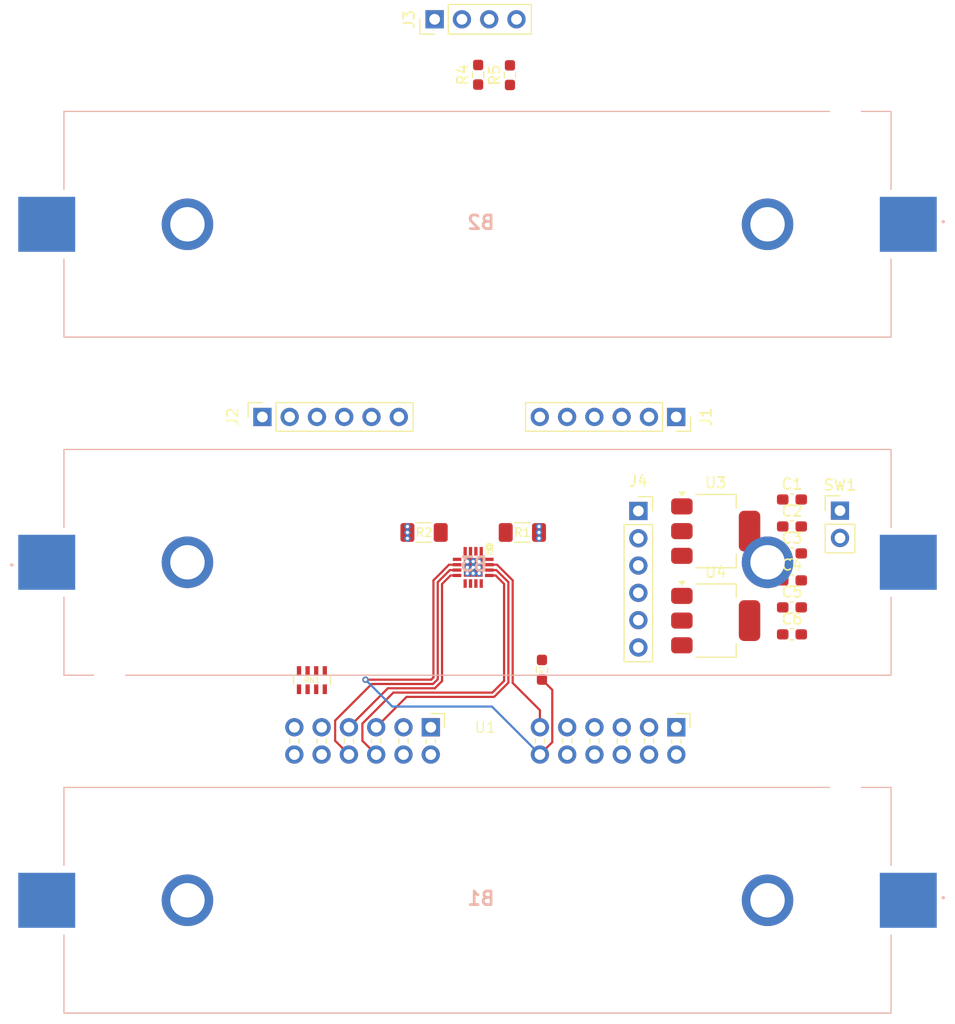
<source format=kicad_pcb>
(kicad_pcb (version 20241229) (generator "pcbnew") (generator_version "9.0")
  (layers (0 "F.Cu" signal) (2 "B.Cu" signal) (13 "F.Paste" user) (15 "B.Paste" user) (5 "F.SilkS" user "F.Silkscreen") (7 "B.SilkS" user "B.Silkscreen") (1 "F.Mask" user) (3 "B.Mask" user) (25 "Edge.Cuts" user))
  (net 0 "")
  (net 1 "/us_echo")
  (net 2 "Net-(U2-AISEN)")
  (net 3 "Net-(U2-BISEN)")
  (net 4 "/us_trig")
  (net 5 "+3.3V")
  (net 6 "+5V")
  (net 8 "/mot1_a")
  (net 9 "GND")
  (net 10 "/mot1_b")
  (net 11 "/mot2_a")
  (net 12 "/enc1_b")
  (net 13 "/enc2_b")
  (net 14 "/mot2_b")
  (net 15 "/enc2_a")
  (net 16 "Net-(RN1-R4.2)")
  (net 17 "/enc1_a")
  (net 20 "/mot_sleep")
  (net 21 "/Pmot1_a")
  (net 22 "/Pmot2_b")
  (net 23 "/Pmot2_a")
  (net 24 "Net-(J3-Pin_3)")
  (net 25 "Net-(B1-V+)")
  (net 26 "Net-(RN1-R1.2)")
  (net 27 "Net-(RN1-R3.2)")
  (net 28 "/mot_fault")
  (net 29 "Net-(B1-V-)")
  (net 30 "VBUS")
  (net 31 "/Pmot1_b")
  (net 32 "Net-(RN1-R2.2)")
  (net 35 "Net-(B2-V-)")
  (net 39 "/ICE48")
  (net 40 "/ICE4")
  (net 41 "/ICE2")
  (net 42 "/ICE3")
  (footprint "Capacitor_SMD:C_0603_1608Metric_Pad1.08x0.95mm_HandSolder" (layer "F.Cu") (at 178.22 94.795)
    (property "Reference" "C4" (at 0 -1.43 0) (layer "F.SilkS"))
    (property "Value" "CL10A106MA8NRNC")
    (fp_line (start -0.146267 -0.51) (end 0.146267 -0.51) (stroke (width 0.12)) (layer "F.SilkS"))
    (fp_line (start -0.146267 0.51) (end 0.146267 0.51) (stroke (width 0.12)) (layer "F.SilkS"))
    (pad "1" smd roundrect (at -0.8625 0) (size 1.075 0.95) (layers "F.Cu" "F.Mask" "F.Paste") (net 6 "+5V"))
    (pad "2" smd roundrect (at 0.8625 0) (size 1.075 0.95) (layers "F.Cu" "F.Mask" "F.Paste") (net 9 "GND"))
  )
  (footprint "Package_TO_SOT_SMD:SOT-223-3_TabPin2" (layer "F.Cu") (at 171.12 90.21)
    (property "Reference" "U3" (at 0 -4.5 0) (layer "F.SilkS"))
    (property "Value" "LD1117S50TR_SOT223")
    (fp_line (start -1.85 -3.41) (end 1.91 -3.41) (stroke (width 0.12)) (layer "F.SilkS"))
    (fp_line (start -1.85 3.41) (end 1.91 3.41) (stroke (width 0.12)) (layer "F.SilkS"))
    (fp_line (start 1.91 -3.41) (end 1.91 -2.15) (stroke (width 0.12)) (layer "F.SilkS"))
    (fp_line (start 1.91 3.41) (end 1.91 2.15) (stroke (width 0.12)) (layer "F.SilkS"))
    (fp_poly (pts (xy -3.13 -3.31) (xy -3.37 -3.64) (xy -2.89 -3.64) (xy -3.13 -3.31)) (stroke (width 0.12)) (fill yes) (layer "F.SilkS"))
    (pad "1" smd roundrect (at -3.15 -2.3) (size 2 1.5) (layers "F.Cu" "F.Mask" "F.Paste") (net 9 "GND"))
    (pad "2" smd roundrect (at -3.15 0) (size 2 1.5) (layers "F.Cu" "F.Mask" "F.Paste") (net 6 "+5V"))
    (pad "2" smd roundrect (at 3.15 0) (size 2 3.8) (layers "F.Cu" "F.Mask" "F.Paste") (net 6 "+5V"))
    (pad "3" smd roundrect (at -3.15 2.3) (size 2 1.5) (layers "F.Cu" "F.Mask" "F.Paste") (net 30 "VBUS"))
  )
  (footprint "Resistor_SMD:R_0603_1608Metric_Pad0.98x0.95mm_HandSolder" (layer "F.Cu") (at 149.005 47.7475 90)
    (property "Reference" "R4" (at 0 -1.43 90) (layer "F.SilkS"))
    (property "Value" "R_US")
    (fp_line (start -0.254724 -0.5225) (end 0.254724 -0.5225) (stroke (width 0.12)) (layer "F.SilkS"))
    (fp_line (start -0.254724 0.5225) (end 0.254724 0.5225) (stroke (width 0.12)) (layer "F.SilkS"))
    (pad "1" smd roundrect (at -0.9125 0 90) (size 0.975 0.95) (layers "F.Cu" "F.Mask" "F.Paste") (net 24 "Net-(J3-Pin_3)"))
    (pad "2" smd roundrect (at 0.9125 0 90) (size 0.975 0.95) (layers "F.Cu" "F.Mask" "F.Paste") (net 1 "/us_echo"))
  )
  (footprint "Capacitor_SMD:C_0603_1608Metric_Pad1.08x0.95mm_HandSolder" (layer "F.Cu") (at 178.22 89.775)
    (property "Reference" "C2" (at 0 -1.43 0) (layer "F.SilkS"))
    (property "Value" "06035G104ZAT2A")
    (fp_line (start -0.146267 -0.51) (end 0.146267 -0.51) (stroke (width 0.12)) (layer "F.SilkS"))
    (fp_line (start -0.146267 0.51) (end 0.146267 0.51) (stroke (width 0.12)) (layer "F.SilkS"))
    (pad "1" smd roundrect (at -0.8625 0) (size 1.075 0.95) (layers "F.Cu" "F.Mask" "F.Paste") (net 30 "VBUS"))
    (pad "2" smd roundrect (at 0.8625 0) (size 1.075 0.95) (layers "F.Cu" "F.Mask" "F.Paste") (net 9 "GND"))
  )
  (footprint "Resistor_SMD:R_Array_Concave_4x0603" (layer "F.Cu") (at 133.53 104.075 -90)
    (property "Reference" "RN1" (at 0 0 0) (layer "F.SilkS") (effects (font (size 0.5 0.5) (thickness 0.075))))
    (property "Value" "742X083101JP" (hide yes))
    (fp_line (start 0.4 1.72) (end -0.4 1.72) (stroke (width 0.12)) (layer "F.SilkS"))
    (fp_line (start 0.4 -1.72) (end -0.4 -1.72) (stroke (width 0.12)) (layer "F.SilkS"))
    (pad "1" smd rect (at -0.85 -1.2 270) (size 0.9 0.4) (layers "F.Cu" "F.Mask" "F.Paste") (net 39 "/ICE48"))
    (pad "2" smd rect (at -0.85 -0.4 270) (size 0.9 0.4) (layers "F.Cu" "F.Mask" "F.Paste") (net 41 "/ICE2"))
    (pad "3" smd rect (at -0.85 0.4 270) (size 0.9 0.4) (layers "F.Cu" "F.Mask" "F.Paste") (net 42 "/ICE3"))
    (pad "4" smd rect (at -0.85 1.2 270) (size 0.9 0.4) (layers "F.Cu" "F.Mask" "F.Paste") (net 40 "/ICE4"))
    (pad "5" smd rect (at 0.85 1.2 270) (size 0.9 0.4) (layers "F.Cu" "F.Mask" "F.Paste") (net 16 "Net-(RN1-R4.2)"))
    (pad "6" smd rect (at 0.85 0.4 270) (size 0.9 0.4) (layers "F.Cu" "F.Mask" "F.Paste") (net 27 "Net-(RN1-R3.2)"))
    (pad "7" smd rect (at 0.85 -0.4 270) (size 0.9 0.4) (layers "F.Cu" "F.Mask" "F.Paste") (net 32 "Net-(RN1-R2.2)"))
    (pad "8" smd rect (at 0.85 -1.2 270) (size 0.9 0.4) (layers "F.Cu" "F.Mask" "F.Paste") (net 26 "Net-(RN1-R1.2)"))
  )
  (footprint "pico-ice-pmod:pico-ice-pmod_vertical" (layer "F.Cu") (at 149.675 109.73)
    (property "Reference" "U1" (at 0 -1.27 0) (layer "F.SilkS") (effects (font (thickness 0.1))))
    (property "Value" "~")
    (fp_line (start -18.21 -0.192642) (end -18.21 0.192642) (stroke (width 0.12)) (layer "F.SilkS"))
    (fp_line (start -17.35 -0.192642) (end -17.35 0.192642) (stroke (width 0.12)) (layer "F.SilkS"))
    (fp_line (start -15.67 -0.192642) (end -15.67 0.192642) (stroke (width 0.12)) (layer "F.SilkS"))
    (fp_line (start -14.81 -0.192642) (end -14.81 0.192642) (stroke (width 0.12)) (layer "F.SilkS"))
    (fp_line (start -13.13 -0.192642) (end -13.13 0.192642) (stroke (width 0.12)) (layer "F.SilkS"))
    (fp_line (start -12.27 -0.192642) (end -12.27 0.192642) (stroke (width 0.12)) (layer "F.SilkS"))
    (fp_line (start -10.59 -0.192642) (end -10.59 0.192642) (stroke (width 0.12)) (layer "F.SilkS"))
    (fp_line (start -9.73 -0.192642) (end -9.73 0.192642) (stroke (width 0.12)) (layer "F.SilkS"))
    (fp_line (start -8.05 -0.192642) (end -8.05 0.192642) (stroke (width 0.12)) (layer "F.SilkS"))
    (fp_line (start -7.19 -0.192642) (end -7.19 0.192642) (stroke (width 0.12)) (layer "F.SilkS"))
    (fp_line (start -5.51 -0.11) (end -5.51 0.192642) (stroke (width 0.12)) (layer "F.SilkS"))
    (fp_line (start -5.08 -2.54) (end -3.81 -2.54) (stroke (width 0.12)) (layer "F.SilkS"))
    (fp_line (start -4.65 -0.11) (end -4.65 0.192642) (stroke (width 0.12)) (layer "F.SilkS"))
    (fp_line (start -3.81 -2.54) (end -3.81 -1.27) (stroke (width 0.12)) (layer "F.SilkS"))
    (fp_line (start 4.65 -0.192642) (end 4.65 0.192642) (stroke (width 0.12)) (layer "F.SilkS"))
    (fp_line (start 5.51 -0.192642) (end 5.51 0.192642) (stroke (width 0.12)) (layer "F.SilkS"))
    (fp_line (start 7.19 -0.192642) (end 7.19 0.192642) (stroke (width 0.12)) (layer "F.SilkS"))
    (fp_line (start 8.05 -0.192642) (end 8.05 0.192642) (stroke (width 0.12)) (layer "F.SilkS"))
    (fp_line (start 9.73 -0.192642) (end 9.73 0.192642) (stroke (width 0.12)) (layer "F.SilkS"))
    (fp_line (start 10.59 -0.192642) (end 10.59 0.192642) (stroke (width 0.12)) (layer "F.SilkS"))
    (fp_line (start 12.27 -0.192642) (end 12.27 0.192642) (stroke (width 0.12)) (layer "F.SilkS"))
    (fp_line (start 13.13 -0.192642) (end 13.13 0.192642) (stroke (width 0.12)) (layer "F.SilkS"))
    (fp_line (start 14.81 -0.192642) (end 14.81 0.192642) (stroke (width 0.12)) (layer "F.SilkS"))
    (fp_line (start 15.67 -0.192642) (end 15.67 0.192642) (stroke (width 0.12)) (layer "F.SilkS"))
    (fp_line (start 17.35 -0.11) (end 17.35 0.192642) (stroke (width 0.12)) (layer "F.SilkS"))
    (fp_line (start 17.78 -2.54) (end 19.05 -2.54) (stroke (width 0.12)) (layer "F.SilkS"))
    (fp_line (start 18.21 -0.11) (end 18.21 0.192642) (stroke (width 0.12)) (layer "F.SilkS"))
    (fp_line (start 19.05 -2.54) (end 19.05 -1.27) (stroke (width 0.12)) (layer "F.SilkS"))
    (pad "1" thru_hole rect (at 17.78 -1.27 270) (size 1.7 1.7) (drill 1) (layers "*.Cu" "*.Mask") (net 5 "+3.3V"))
    (pad "2" thru_hole circle (at 17.78 1.27 270) (size 1.7 1.7) (drill 1) (layers "*.Cu" "*.Mask") (net 5 "+3.3V"))
    (pad "3" thru_hole circle (at 15.24 -1.27 270) (size 1.7 1.7) (drill 1) (layers "*.Cu" "*.Mask") (net 9 "GND"))
    (pad "4" thru_hole circle (at 15.24 1.27 270) (size 1.7 1.7) (drill 1) (layers "*.Cu" "*.Mask") (net 9 "GND"))
    (pad "5" thru_hole circle (at 12.7 -1.27 270) (size 1.7 1.7) (drill 1) (layers "*.Cu" "*.Mask") (net 4 "/us_trig"))
    (pad "6" thru_hole circle (at 12.7 1.27 270) (size 1.7 1.7) (drill 1) (layers "*.Cu" "*.Mask") (net 1 "/us_echo"))
    (pad "7" thru_hole circle (at 10.16 -1.27 270) (size 1.7 1.7) (drill 1) (layers "*.Cu" "*.Mask") (net 17 "/enc1_a"))
    (pad "8" thru_hole circle (at 10.16 1.27 270) (size 1.7 1.7) (drill 1) (layers "*.Cu" "*.Mask") (net 12 "/enc1_b"))
    (pad "9" thru_hole circle (at 7.62 -1.27 270) (size 1.7 1.7) (drill 1) (layers "*.Cu" "*.Mask") (net 15 "/enc2_a"))
    (pad "10" thru_hole circle (at 7.62 1.27 270) (size 1.7 1.7) (drill 1) (layers "*.Cu" "*.Mask") (net 13 "/enc2_b"))
    (pad "11" thru_hole circle (at 5.08 -1.27 270) (size 1.7 1.7) (drill 1) (layers "*.Cu" "*.Mask") (net 20 "/mot_sleep"))
    (pad "12" thru_hole circle (at 5.08 1.27 270) (size 1.7 1.7) (drill 1) (layers "*.Cu" "*.Mask") (net 28 "/mot_fault"))
    (pad "13" thru_hole rect (at -5.08 -1.27 270) (size 1.7 1.7) (drill 1) (layers "*.Cu" "*.Mask") (net 5 "+3.3V"))
    (pad "14" thru_hole circle (at -5.08 1.27 270) (size 1.7 1.7) (drill 1) (layers "*.Cu" "*.Mask") (net 5 "+3.3V"))
    (pad "15" thru_hole circle (at -7.62 -1.27 270) (size 1.7 1.7) (drill 1) (layers "*.Cu" "*.Mask") (net 9 "GND"))
    (pad "16" thru_hole circle (at -7.62 1.27 270) (size 1.7 1.7) (drill 1) (layers "*.Cu" "*.Mask") (net 9 "GND"))
    (pad "17" thru_hole circle (at -10.16 -1.27 270) (size 1.7 1.7) (drill 1) (layers "*.Cu" "*.Mask") (net 8 "/mot1_a"))
    (pad "18" thru_hole circle (at -10.16 1.27 270) (size 1.7 1.7) (drill 1) (layers "*.Cu" "*.Mask") (net 10 "/mot1_b"))
    (pad "19" thru_hole circle (at -12.7 -1.27 270) (size 1.7 1.7) (drill 1) (layers "*.Cu" "*.Mask") (net 14 "/mot2_b"))
    (pad "20" thru_hole circle (at -12.7 1.27 270) (size 1.7 1.7) (drill 1) (layers "*.Cu" "*.Mask") (net 11 "/mot2_a"))
    (pad "21" thru_hole circle (at -15.24 -1.27 270) (size 1.7 1.7) (drill 1) (layers "*.Cu" "*.Mask") (net 26 "Net-(RN1-R1.2)"))
    (pad "22" thru_hole circle (at -15.24 1.27 270) (size 1.7 1.7) (drill 1) (layers "*.Cu" "*.Mask") (net 32 "Net-(RN1-R2.2)"))
    (pad "23" thru_hole circle (at -17.78 -1.27 270) (size 1.7 1.7) (drill 1) (layers "*.Cu" "*.Mask") (net 27 "Net-(RN1-R3.2)"))
    (pad "24" thru_hole circle (at -17.78 1.27 270) (size 1.7 1.7) (drill 1) (layers "*.Cu" "*.Mask") (net 16 "Net-(RN1-R4.2)"))
  )
  (footprint "Resistor_SMD:R_0603_1608Metric_Pad0.98x0.95mm_HandSolder" (layer "F.Cu") (at 154.945 103.11 -90)
    (property "Reference" "R3" (at 0 0 90) (layer "F.SilkS") (effects (font (size 0.4 0.4) (thickness 0.06))))
    (property "Value" "R_US" (hide yes))
    (fp_line (start -0.254724 0.5225) (end 0.254724 0.5225) (stroke (width 0.12)) (layer "F.SilkS"))
    (fp_line (start -0.254724 -0.5225) (end 0.254724 -0.5225) (stroke (width 0.12)) (layer "F.SilkS"))
    (pad "1" smd roundrect (at -0.9125 0 270) (size 0.975 0.95) (layers "F.Cu" "F.Mask" "F.Paste") (net 5 "+3.3V"))
    (pad "2" smd roundrect (at 0.9125 0 270) (size 0.975 0.95) (layers "F.Cu" "F.Mask" "F.Paste") (net 28 "/mot_fault"))
  )
  (footprint "Connector_PinSocket_2.54mm:PinSocket_1x06_P2.54mm_Vertical" (layer "F.Cu") (at 167.445 79.585 -90)
    (property "Reference" "J1" (at 0 -2.77 90) (layer "F.SilkS"))
    (property "Value" "Mot1")
    (fp_line (start -1.33 14.03) (end 1.33 14.03) (stroke (width 0.12)) (layer "F.SilkS"))
    (fp_line (start -1.33 1.27) (end -1.33 14.03) (stroke (width 0.12)) (layer "F.SilkS"))
    (fp_line (start -1.33 1.27) (end 1.33 1.27) (stroke (width 0.12)) (layer "F.SilkS"))
    (fp_line (start 1.33 1.27) (end 1.33 14.03) (stroke (width 0.12)) (layer "F.SilkS"))
    (fp_line (start 0 -1.33) (end 1.33 -1.33) (stroke (width 0.12)) (layer "F.SilkS"))
    (fp_line (start 1.33 -1.33) (end 1.33 0) (stroke (width 0.12)) (layer "F.SilkS"))
    (pad "1" thru_hole rect (at 0 0 270) (size 1.7 1.7) (drill 1) (layers "*.Cu" "*.Mask") (net 21 "/Pmot1_a"))
    (pad "2" thru_hole circle (at 0 2.54 270) (size 1.7 1.7) (drill 1) (layers "*.Cu" "*.Mask") (net 5 "+3.3V"))
    (pad "3" thru_hole circle (at 0 5.08 270) (size 1.7 1.7) (drill 1) (layers "*.Cu" "*.Mask") (net 17 "/enc1_a"))
    (pad "4" thru_hole circle (at 0 7.62 270) (size 1.7 1.7) (drill 1) (layers "*.Cu" "*.Mask") (net 12 "/enc1_b"))
    (pad "5" thru_hole circle (at 0 10.16 270) (size 1.7 1.7) (drill 1) (layers "*.Cu" "*.Mask") (net 9 "GND"))
    (pad "6" thru_hole circle (at 0 12.7 270) (size 1.7 1.7) (drill 1) (layers "*.Cu" "*.Mask") (net 31 "/Pmot1_b"))
  )
  (footprint "Capacitor_SMD:C_0603_1608Metric_Pad1.08x0.95mm_HandSolder" (layer "F.Cu") (at 178.22 97.305)
    (property "Reference" "C5" (at 0 -1.43 0) (layer "F.SilkS"))
    (property "Value" "06035G104ZAT2A")
    (fp_line (start -0.146267 -0.51) (end 0.146267 -0.51) (stroke (width 0.12)) (layer "F.SilkS"))
    (fp_line (start -0.146267 0.51) (end 0.146267 0.51) (stroke (width 0.12)) (layer "F.SilkS"))
    (pad "1" smd roundrect (at -0.8625 0) (size 1.075 0.95) (layers "F.Cu" "F.Mask" "F.Paste") (net 6 "+5V"))
    (pad "2" smd roundrect (at 0.8625 0) (size 1.075 0.95) (layers "F.Cu" "F.Mask" "F.Paste") (net 9 "GND"))
  )
  (footprint "DRV8411:QFN50P300X300X80-17N-D" (layer "F.Cu") (at 148.545 93.586 -90)
    (property "Reference" "U2" (at -1.376 -1.5 180) (layer "F.SilkS") (effects (font (size 0.4 0.4) (thickness 0.06))))
    (property "Value" "DRV8411RTER" (hide yes))
    (fp_circle (center -1.9 -1.5) (end -1.775 -1.5) (stroke (width 0.254)) (fill no) (layer "F.SilkS"))
    (pad "1" smd rect (at -1.5 -0.75) (size 0.3 0.8) (layers "F.Cu" "F.Mask" "F.Paste") (net 2 "Net-(U2-AISEN)"))
    (pad "2" smd rect (at -1.5 -0.25) (size 0.3 0.8) (layers "F.Cu" "F.Mask" "F.Paste") (net 31 "/Pmot1_b"))
    (pad "3" smd rect (at -1.5 0.25) (size 0.3 0.8) (layers "F.Cu" "F.Mask" "F.Paste") (net 22 "/Pmot2_b"))
    (pad "4" smd rect (at -1.5 0.75) (size 0.3 0.8) (layers "F.Cu" "F.Mask" "F.Paste") (net 3 "Net-(U2-BISEN)"))
    (pad "5" smd rect (at -0.75 1.5 270) (size 0.3 0.8) (layers "F.Cu" "F.Mask" "F.Paste") (net 23 "/Pmot2_a"))
    (pad "6" smd rect (at -0.25 1.5 270) (size 0.3 0.8) (layers "F.Cu" "F.Mask" "F.Paste") (net 28 "/mot_fault"))
    (pad "7" smd rect (at 0.25 1.5 270) (size 0.3 0.8) (layers "F.Cu" "F.Mask" "F.Paste") (net 11 "/mot2_a"))
    (pad "8" smd rect (at 0.75 1.5 270) (size 0.3 0.8) (layers "F.Cu" "F.Mask" "F.Paste") (net 14 "/mot2_b"))
    (pad "9" smd rect (at 1.5 0.75) (size 0.3 0.8) (layers "F.Cu" "F.Mask" "F.Paste"))
    (pad "10" smd rect (at 1.5 0.25) (size 0.3 0.8) (layers "F.Cu" "F.Mask" "F.Paste") (net 30 "VBUS"))
    (pad "11" smd rect (at 1.5 -0.25) (size 0.3 0.8) (layers "F.Cu" "F.Mask" "F.Paste") (net 9 "GND"))
    (pad "12" smd rect (at 1.5 -0.75) (size 0.3 0.8) (layers "F.Cu" "F.Mask" "F.Paste"))
    (pad "13" smd rect (at 0.75 -1.5 270) (size 0.3 0.8) (layers "F.Cu" "F.Mask" "F.Paste") (net 10 "/mot1_b"))
    (pad "14" smd rect (at 0.25 -1.5 270) (size 0.3 0.8) (layers "F.Cu" "F.Mask" "F.Paste") (net 8 "/mot1_a"))
    (pad "15" smd rect (at -0.25 -1.5 270) (size 0.3 0.8) (layers "F.Cu" "F.Mask" "F.Paste") (net 20 "/mot_sleep"))
    (pad "16" smd rect (at -0.75 -1.5 270) (size 0.3 0.8) (layers "F.Cu" "F.Mask" "F.Paste") (net 21 "/Pmot1_a"))
    (pad "17" smd rect (at 0 0 270) (size 1.75 1.75) (layers "F.Cu" "F.Mask" "F.Paste") (net 9 "GND"))
  )
  (footprint "Capacitor_SMD:C_0603_1608Metric_Pad1.08x0.95mm_HandSolder" (layer "F.Cu") (at 178.22 87.265)
    (property "Reference" "C1" (at 0 -1.43 0) (layer "F.SilkS"))
    (property "Value" "CL10A106MA8NRNC")
    (fp_line (start -0.146267 -0.51) (end 0.146267 -0.51) (stroke (width 0.12)) (layer "F.SilkS"))
    (fp_line (start -0.146267 0.51) (end 0.146267 0.51) (stroke (width 0.12)) (layer "F.SilkS"))
    (pad "1" smd roundrect (at -0.8625 0) (size 1.075 0.95) (layers "F.Cu" "F.Mask" "F.Paste") (net 30 "VBUS"))
    (pad "2" smd roundrect (at 0.8625 0) (size 1.075 0.95) (layers "F.Cu" "F.Mask" "F.Paste") (net 9 "GND"))
  )
  (footprint "Resistor_SMD:R_1206_3216Metric_Pad1.30x1.75mm_HandSolder" (layer "F.Cu") (at 143.97 90.336 180)
    (property "Reference" "R2" (at 0 0 0) (layer "F.SilkS") (effects (font (size 0.8 0.8) (thickness 0.12))))
    (property "Value" "KDV12FR180ET" (hide yes))
    (fp_line (start -0.727064 0.91) (end 0.727064 0.91) (stroke (width 0.12)) (layer "F.SilkS"))
    (fp_line (start -0.727064 -0.91) (end 0.727064 -0.91) (stroke (width 0.12)) (layer "F.SilkS"))
    (pad "1" smd roundrect (at -1.55 0 180) (size 1.3 1.75) (layers "F.Cu" "F.Mask" "F.Paste") (roundrect_rratio 0.192308) (net 3 "Net-(U2-BISEN)"))
    (pad "2" smd roundrect (at 1.55 0 180) (size 1.3 1.75) (layers "F.Cu" "F.Mask" "F.Paste") (roundrect_rratio 0.192308) (net 9 "GND"))
  )
  (footprint "Capacitor_SMD:C_0603_1608Metric_Pad1.08x0.95mm_HandSolder" (layer "F.Cu") (at 178.22 92.285)
    (property "Reference" "C3" (at 0 -1.43 0) (layer "F.SilkS"))
    (property "Value" "06035G104ZAT2A")
    (fp_line (start -0.146267 -0.51) (end 0.146267 -0.51) (stroke (width 0.12)) (layer "F.SilkS"))
    (fp_line (start -0.146267 0.51) (end 0.146267 0.51) (stroke (width 0.12)) (layer "F.SilkS"))
    (pad "1" smd roundrect (at -0.8625 0) (size 1.075 0.95) (layers "F.Cu" "F.Mask" "F.Paste") (net 30 "VBUS"))
    (pad "2" smd roundrect (at 0.8625 0) (size 1.075 0.95) (layers "F.Cu" "F.Mask" "F.Paste") (net 9 "GND"))
  )
  (footprint "Connector_PinHeader_2.54mm:PinHeader_1x04_P2.54mm_Vertical" (layer "F.Cu") (at 144.955 42.585 90)
    (property "Reference" "J3" (at 0 -2.38 90) (layer "F.SilkS"))
    (property "Value" "Conn_01x04_Socket" (hide yes))
    (fp_line (start -1.38 -1.38) (end 0 -1.38) (stroke (width 0.12)) (layer "F.SilkS"))
    (fp_line (start -1.38 0) (end -1.38 -1.38) (stroke (width 0.12)) (layer "F.SilkS"))
    (fp_line (start 1.38 1.27) (end 1.38 9) (stroke (width 0.12)) (layer "F.SilkS"))
    (fp_line (start -1.38 1.27) (end 1.38 1.27) (stroke (width 0.12)) (layer "F.SilkS"))
    (fp_line (start -1.38 1.27) (end -1.38 9) (stroke (width 0.12)) (layer "F.SilkS"))
    (fp_line (start -1.38 9) (end 1.38 9) (stroke (width 0.12)) (layer "F.SilkS"))
    (pad "1" thru_hole rect (at 0 0 90) (size 1.7 1.7) (drill 1) (layers "*.Cu" "*.Mask") (net 6 "+5V"))
    (pad "2" thru_hole circle (at 0 2.54 90) (size 1.7 1.7) (drill 1) (layers "*.Cu" "*.Mask") (net 4 "/us_trig"))
    (pad "3" thru_hole circle (at 0 5.08 90) (size 1.7 1.7) (drill 1) (layers "*.Cu" "*.Mask") (net 24 "Net-(J3-Pin_3)"))
    (pad "4" thru_hole circle (at 0 7.62 90) (size 1.7 1.7) (drill 1) (layers "*.Cu" "*.Mask") (net 9 "GND"))
  )
  (footprint "Resistor_SMD:R_1206_3216Metric_Pad1.30x1.75mm_HandSolder" (layer "F.Cu") (at 153.12 90.336)
    (property "Reference" "R1" (at 0 0 0) (layer "F.SilkS") (effects (font (size 0.8 0.8) (thickness 0.12))))
    (property "Value" "KDV12FR180ET" (hide yes))
    (fp_line (start -0.727064 -0.91) (end 0.727064 -0.91) (stroke (width 0.12)) (layer "F.SilkS"))
    (fp_line (start -0.727064 0.91) (end 0.727064 0.91) (stroke (width 0.12)) (layer "F.SilkS"))
    (pad "1" smd roundrect (at -1.55 0) (size 1.3 1.75) (layers "F.Cu" "F.Mask" "F.Paste") (roundrect_rratio 0.192308) (net 2 "Net-(U2-AISEN)"))
    (pad "2" smd roundrect (at 1.55 0) (size 1.3 1.75) (layers "F.Cu" "F.Mask" "F.Paste") (roundrect_rratio 0.192308) (net 9 "GND"))
  )
  (footprint "Connector_PinSocket_2.54mm:PinSocket_1x06_P2.54mm_Vertical" (layer "F.Cu") (at 128.92 79.585 90)
    (property "Reference" "J2" (at 0 -2.77 90) (layer "F.SilkS"))
    (property "Value" "Mot2")
    (fp_line (start 1.33 -1.33) (end 1.33 0) (stroke (width 0.12)) (layer "F.SilkS"))
    (fp_line (start 0 -1.33) (end 1.33 -1.33) (stroke (width 0.12)) (layer "F.SilkS"))
    (fp_line (start 1.33 1.27) (end 1.33 14.03) (stroke (width 0.12)) (layer "F.SilkS"))
    (fp_line (start -1.33 1.27) (end 1.33 1.27) (stroke (width 0.12)) (layer "F.SilkS"))
    (fp_line (start -1.33 1.27) (end -1.33 14.03) (stroke (width 0.12)) (layer "F.SilkS"))
    (fp_line (start -1.33 14.03) (end 1.33 14.03) (stroke (width 0.12)) (layer "F.SilkS"))
    (pad "1" thru_hole rect (at 0 0 90) (size 1.7 1.7) (drill 1) (layers "*.Cu" "*.Mask") (net 23 "/Pmot2_a"))
    (pad "2" thru_hole circle (at 0 2.54 90) (size 1.7 1.7) (drill 1) (layers "*.Cu" "*.Mask") (net 5 "+3.3V"))
    (pad "3" thru_hole circle (at 0 5.08 90) (size 1.7 1.7) (drill 1) (layers "*.Cu" "*.Mask") (net 15 "/enc2_a"))
    (pad "4" thru_hole circle (at 0 7.62 90) (size 1.7 1.7) (drill 1) (layers "*.Cu" "*.Mask") (net 13 "/enc2_b"))
    (pad "5" thru_hole circle (at 0 10.16 90) (size 1.7 1.7) (drill 1) (layers "*.Cu" "*.Mask") (net 9 "GND"))
    (pad "6" thru_hole circle (at 0 12.7 90) (size 1.7 1.7) (drill 1) (layers "*.Cu" "*.Mask") (net 22 "/Pmot2_b"))
  )
  (footprint "Connector_PinSocket_2.54mm:PinSocket_1x06_P2.54mm_Vertical" (layer "F.Cu") (at 163.92 88.335)
    (property "Reference" "J4" (at 0 -2.77 0) (layer "F.SilkS"))
    (property "Value" "PMOD")
    (fp_line (start -1.33 1.27) (end -1.33 14.03) (stroke (width 0.12)) (layer "F.SilkS"))
    (fp_line (start -1.33 1.27) (end 1.33 1.27) (stroke (width 0.12)) (layer "F.SilkS"))
    (fp_line (start -1.33 14.03) (end 1.33 14.03) (stroke (width 0.12)) (layer "F.SilkS"))
    (fp_line (start 0 -1.33) (end 1.33 -1.33) (stroke (width 0.12)) (layer "F.SilkS"))
    (fp_line (start 1.33 -1.33) (end 1.33 0) (stroke (width 0.12)) (layer "F.SilkS"))
    (fp_line (start 1.33 1.27) (end 1.33 14.03) (stroke (width 0.12)) (layer "F.SilkS"))
    (pad "1" thru_hole rect (at 0 0) (size 1.7 1.7) (drill 1) (layers "*.Cu" "*.Mask") (net 5 "+3.3V"))
    (pad "2" thru_hole circle (at 0 2.54) (size 1.7 1.7) (drill 1) (layers "*.Cu" "*.Mask") (net 9 "GND"))
    (pad "3" thru_hole circle (at 0 5.08) (size 1.7 1.7) (drill 1) (layers "*.Cu" "*.Mask") (net 39 "/ICE48"))
    (pad "4" thru_hole circle (at 0 7.62) (size 1.7 1.7) (drill 1) (layers "*.Cu" "*.Mask") (net 41 "/ICE2"))
    (pad "5" thru_hole circle (at 0 10.16) (size 1.7 1.7) (drill 1) (layers "*.Cu" "*.Mask") (net 42 "/ICE3"))
    (pad "6" thru_hole circle (at 0 12.7) (size 1.7 1.7) (drill 1) (layers "*.Cu" "*.Mask") (net 40 "/ICE4"))
  )
  (footprint "Connector_PinHeader_2.54mm:PinHeader_1x02_P2.54mm_Vertical" (layer "F.Cu") (at 182.69 88.305)
    (property "Reference" "SW1" (at 0 -2.38 0) (layer "F.SilkS"))
    (property "Value" "2M1-T2-3")
    (fp_line (start -1.38 -1.38) (end 0 -1.38) (stroke (width 0.12)) (layer "F.SilkS"))
    (fp_line (start -1.38 0) (end -1.38 -1.38) (stroke (width 0.12)) (layer "F.SilkS"))
    (fp_line (start -1.38 1.27) (end -1.38 3.92) (stroke (width 0.12)) (layer "F.SilkS"))
    (fp_line (start -1.38 1.27) (end 1.38 1.27) (stroke (width 0.12)) (layer "F.SilkS"))
    (fp_line (start -1.38 3.92) (end 1.38 3.92) (stroke (width 0.12)) (layer "F.SilkS"))
    (fp_line (start 1.38 1.27) (end 1.38 3.92) (stroke (width 0.12)) (layer "F.SilkS"))
    (pad "1" thru_hole rect (at 0 0) (size 1.7 1.7) (drill 1) (layers "*.Cu" "*.Mask") (net 30 "VBUS"))
    (pad "2" thru_hole circle (at 0 2.54) (size 1.7 1.7) (drill 1) (layers "*.Cu" "*.Mask") (net 25 "Net-(B1-V+)"))
  )
  (footprint "Capacitor_SMD:C_0603_1608Metric_Pad1.08x0.95mm_HandSolder" (layer "F.Cu") (at 178.22 99.815)
    (property "Reference" "C6" (at 0 -1.43 0) (layer "F.SilkS"))
    (property "Value" "CL10A106MA8NRNC")
    (fp_line (start -0.146267 -0.51) (end 0.146267 -0.51) (stroke (width 0.12)) (layer "F.SilkS"))
    (fp_line (start -0.146267 0.51) (end 0.146267 0.51) (stroke (width 0.12)) (layer "F.SilkS"))
    (pad "1" smd roundrect (at -0.8625 0) (size 1.075 0.95) (layers "F.Cu" "F.Mask" "F.Paste") (net 5 "+3.3V"))
    (pad "2" smd roundrect (at 0.8625 0) (size 1.075 0.95) (layers "F.Cu" "F.Mask" "F.Paste") (net 9 "GND"))
  )
  (footprint "Package_TO_SOT_SMD:SOT-223-3_TabPin2" (layer "F.Cu") (at 171.12 98.535)
    (property "Reference" "U4" (at 0 -4.5 0) (layer "F.SilkS"))
    (property "Value" "LD1117S33TR_SOT223")
    (fp_line (start -1.85 -3.41) (end 1.91 -3.41) (stroke (width 0.12)) (layer "F.SilkS"))
    (fp_line (start -1.85 3.41) (end 1.91 3.41) (stroke (width 0.12)) (layer "F.SilkS"))
    (fp_line (start 1.91 -3.41) (end 1.91 -2.15) (stroke (width 0.12)) (layer "F.SilkS"))
    (fp_line (start 1.91 3.41) (end 1.91 2.15) (stroke (width 0.12)) (layer "F.SilkS"))
    (fp_poly (pts (xy -3.13 -3.31) (xy -3.37 -3.64) (xy -2.89 -3.64) (xy -3.13 -3.31)) (stroke (width 0.12)) (fill yes) (layer "F.SilkS"))
    (pad "1" smd roundrect (at -3.15 -2.3) (size 2 1.5) (layers "F.Cu" "F.Mask" "F.Paste") (net 9 "GND"))
    (pad "2" smd roundrect (at -3.15 0) (size 2 1.5) (layers "F.Cu" "F.Mask" "F.Paste") (net 5 "+3.3V"))
    (pad "2" smd roundrect (at 3.15 0) (size 2 3.8) (layers "F.Cu" "F.Mask" "F.Paste") (net 5 "+3.3V"))
    (pad "3" smd roundrect (at -3.15 2.3) (size 2 1.5) (layers "F.Cu" "F.Mask" "F.Paste") (net 6 "+5V"))
  )
  (footprint "Resistor_SMD:R_0603_1608Metric_Pad0.98x0.95mm_HandSolder" (layer "F.Cu") (at 151.965 47.7825 90)
    (property "Reference" "R5" (at 0 -1.43 90) (layer "F.SilkS"))
    (property "Value" "R_US")
    (fp_line (start -0.254724 -0.5225) (end 0.254724 -0.5225) (stroke (width 0.12)) (layer "F.SilkS"))
    (fp_line (start -0.254724 0.5225) (end 0.254724 0.5225) (stroke (width 0.12)) (layer "F.SilkS"))
    (pad "1" smd roundrect (at -0.9125 0 90) (size 0.975 0.95) (layers "F.Cu" "F.Mask" "F.Paste") (net 1 "/us_echo"))
    (pad "2" smd roundrect (at 0.9125 0 90) (size 0.975 0.95) (layers "F.Cu" "F.Mask" "F.Paste") (net 9 "GND"))
  )
  (footprint "Batteries:12BHC186P1GR" (layer "B.Cu") (at 148.945 93.11)
    (property "Reference" "B3" (at -0.325 0.175 0) (layer "B.SilkS") (effects (font (size 1.27 1.27) (thickness 0.254)) (justify mirror)))
    (property "Value" "12BHC186P1-GR" (hide yes))
    (fp_line (start -43.4 0.25) (end -43.4 0.25) (stroke (width 0.2)) (layer "B.SilkS"))
    (fp_line (start -43.4 0.25) (end -43.4 0.25) (stroke (width 0.2)) (layer "B.SilkS"))
    (fp_line (start -43.3 0.25) (end -43.3 0.25) (stroke (width 0.2)) (layer "B.SilkS"))
    (fp_line (start -38.5 -10.5) (end -38.5 -10.5) (stroke (width 0.1)) (layer "B.SilkS"))
    (fp_line (start -38.5 -10.5) (end -38.5 -10.5) (stroke (width 0.1)) (layer "B.SilkS"))
    (fp_line (start -38.5 -10.5) (end -38.5 -3.25) (stroke (width 0.1)) (layer "B.SilkS"))
    (fp_line (start -38.5 -10.5) (end 38.5 -10.5) (stroke (width 0.1)) (layer "B.SilkS"))
    (fp_line (start -38.5 -3.25) (end -38.5 -10.5) (stroke (width 0.1)) (layer "B.SilkS"))
    (fp_line (start -38.5 -3.25) (end -38.5 -3.25) (stroke (width 0.1)) (layer "B.SilkS"))
    (fp_line (start -38.5 3.25) (end -38.5 3.25) (stroke (width 0.1)) (layer "B.SilkS"))
    (fp_line (start -38.5 3.25) (end -38.5 10.5) (stroke (width 0.1)) (layer "B.SilkS"))
    (fp_line (start -38.5 10.5) (end -38.5 3.25) (stroke (width 0.1)) (layer "B.SilkS"))
    (fp_line (start -38.5 10.5) (end -38.5 10.5) (stroke (width 0.1)) (layer "B.SilkS"))
    (fp_line (start -38.5 10.5) (end -38.5 10.5) (stroke (width 0.1)) (layer "B.SilkS"))
    (fp_line (start -38.5 10.5) (end -35.75 10.5) (stroke (width 0.1)) (layer "B.SilkS"))
    (fp_line (start -35.75 10.5) (end -38.5 10.5) (stroke (width 0.1)) (layer "B.SilkS"))
    (fp_line (start -35.75 10.5) (end -35.75 10.5) (stroke (width 0.1)) (layer "B.SilkS"))
    (fp_line (start -32.75 10.5) (end -32.75 10.5) (stroke (width 0.1)) (layer "B.SilkS"))
    (fp_line (start -32.75 10.5) (end 38.5 10.5) (stroke (width 0.1)) (layer "B.SilkS"))
    (fp_line (start 38.5 -10.5) (end -38.5 -10.5) (stroke (width 0.1)) (layer "B.SilkS"))
    (fp_line (start 38.5 -10.5) (end 38.5 -10.5) (stroke (width 0.1)) (layer "B.SilkS"))
    (fp_line (start 38.5 -10.5) (end 38.5 -10.5) (stroke (width 0.1)) (layer "B.SilkS"))
    (fp_line (start 38.5 -10.5) (end 38.5 -3.25) (stroke (width 0.1)) (layer "B.SilkS"))
    (fp_line (start 38.5 -3.25) (end 38.5 -10.5) (stroke (width 0.1)) (layer "B.SilkS"))
    (fp_line (start 38.5 -3.25) (end 38.5 -3.25) (stroke (width 0.1)) (layer "B.SilkS"))
    (fp_line (start 38.5 3.25) (end 38.5 3.25) (stroke (width 0.1)) (layer "B.SilkS"))
    (fp_line (start 38.5 3.25) (end 38.5 10.5) (stroke (width 0.1)) (layer "B.SilkS"))
    (fp_line (start 38.5 10.5) (end -32.75 10.5) (stroke (width 0.1)) (layer "B.SilkS"))
    (fp_line (start 38.5 10.5) (end 38.5 3.25) (stroke (width 0.1)) (layer "B.SilkS"))
    (fp_line (start 38.5 10.5) (end 38.5 10.5) (stroke (width 0.1)) (layer "B.SilkS"))
    (fp_line (start 38.5 10.5) (end 38.5 10.5) (stroke (width 0.1)) (layer "B.SilkS"))
    (fp_arc (start -43.4 0.25) (mid -43.35 0.2) (end -43.3 0.25) (stroke (width 0.2)) (layer "B.SilkS"))
    (fp_arc (start -43.4 0.25) (mid -43.35 0.2) (end -43.3 0.25) (stroke (width 0.2)) (layer "B.SilkS"))
    (fp_arc (start -43.3 0.25) (mid -43.35 0.3) (end -43.4 0.25) (stroke (width 0.2)) (layer "B.SilkS"))
    (pad "" np_thru_hole circle (at -34.25 9.75) (size 2 2) (drill 2) (layers "*.Cu" "*.Mask"))
    (pad "1" smd rect (at -40.1 0 270) (size 5.12 5.3) (layers "B.Cu" "B.Mask" "B.Paste") (net 35 "Net-(B2-V-)"))
    (pad "2" smd rect (at 40.1 0 270) (size 5.12 5.3) (layers "B.Cu" "B.Mask" "B.Paste") (net 9 "GND"))
    (pad "MH1" thru_hole circle (at -27 0) (size 4.8 4.8) (drill 3.2) (layers "*.Cu" "*.Mask"))
    (pad "MH2" thru_hole circle (at 27 0) (size 4.8 4.8) (drill 3.2) (layers "*.Cu" "*.Mask"))
  )
  (footprint "Batteries:12BHC186P1GR" (layer "B.Cu") (at 148.945 124.56 180)
    (property "Reference" "B1" (at -0.325 0.175 0) (layer "B.SilkS") (effects (font (size 1.27 1.27) (thickness 0.254)) (justify mirror)))
    (property "Value" "12BHC186P1-GR" (hide yes))
    (fp_line (start 38.5 10.5) (end 38.5 10.5) (stroke (width 0.1)) (layer "B.SilkS"))
    (fp_line (start 38.5 10.5) (end 38.5 10.5) (stroke (width 0.1)) (layer "B.SilkS"))
    (fp_line (start 38.5 10.5) (end 38.5 3.25) (stroke (width 0.1)) (layer "B.SilkS"))
    (fp_line (start 38.5 10.5) (end -32.75 10.5) (stroke (width 0.1)) (layer "B.SilkS"))
    (fp_line (start 38.5 3.25) (end 38.5 10.5) (stroke (width 0.1)) (layer "B.SilkS"))
    (fp_line (start 38.5 3.25) (end 38.5 3.25) (stroke (width 0.1)) (layer "B.SilkS"))
    (fp_line (start 38.5 -3.25) (end 38.5 -3.25) (stroke (width 0.1)) (layer "B.SilkS"))
    (fp_line (start 38.5 -3.25) (end 38.5 -10.5) (stroke (width 0.1)) (layer "B.SilkS"))
    (fp_line (start 38.5 -10.5) (end 38.5 -3.25) (stroke (width 0.1)) (layer "B.SilkS"))
    (fp_line (start 38.5 -10.5) (end 38.5 -10.5) (stroke (width 0.1)) (layer "B.SilkS"))
    (fp_line (start 38.5 -10.5) (end 38.5 -10.5) (stroke (width 0.1)) (layer "B.SilkS"))
    (fp_line (start 38.5 -10.5) (end -38.5 -10.5) (stroke (width 0.1)) (layer "B.SilkS"))
    (fp_line (start -32.75 10.5) (end 38.5 10.5) (stroke (width 0.1)) (layer "B.SilkS"))
    (fp_line (start -32.75 10.5) (end -32.75 10.5) (stroke (width 0.1)) (layer "B.SilkS"))
    (fp_line (start -35.75 10.5) (end -35.75 10.5) (stroke (width 0.1)) (layer "B.SilkS"))
    (fp_line (start -35.75 10.5) (end -38.5 10.5) (stroke (width 0.1)) (layer "B.SilkS"))
    (fp_line (start -38.5 10.5) (end -35.75 10.5) (stroke (width 0.1)) (layer "B.SilkS"))
    (fp_line (start -38.5 10.5) (end -38.5 10.5) (stroke (width 0.1)) (layer "B.SilkS"))
    (fp_line (start -38.5 10.5) (end -38.5 10.5) (stroke (width 0.1)) (layer "B.SilkS"))
    (fp_line (start -38.5 10.5) (end -38.5 3.25) (stroke (width 0.1)) (layer "B.SilkS"))
    (fp_line (start -38.5 3.25) (end -38.5 10.5) (stroke (width 0.1)) (layer "B.SilkS"))
    (fp_line (start -38.5 3.25) (end -38.5 3.25) (stroke (width 0.1)) (layer "B.SilkS"))
    (fp_line (start -38.5 -3.25) (end -38.5 -3.25) (stroke (width 0.1)) (layer "B.SilkS"))
    (fp_line (start -38.5 -3.25) (end -38.5 -10.5) (stroke (width 0.1)) (layer "B.SilkS"))
    (fp_line (start -38.5 -10.5) (end 38.5 -10.5) (stroke (width 0.1)) (layer "B.SilkS"))
    (fp_line (start -38.5 -10.5) (end -38.5 -3.25) (stroke (width 0.1)) (layer "B.SilkS"))
    (fp_line (start -38.5 -10.5) (end -38.5 -10.5) (stroke (width 0.1)) (layer "B.SilkS"))
    (fp_line (start -38.5 -10.5) (end -38.5 -10.5) (stroke (width 0.1)) (layer "B.SilkS"))
    (fp_line (start -43.3 0.25) (end -43.3 0.25) (stroke (width 0.2)) (layer "B.SilkS"))
    (fp_line (start -43.4 0.25) (end -43.4 0.25) (stroke (width 0.2)) (layer "B.SilkS"))
    (fp_line (start -43.4 0.25) (end -43.4 0.25) (stroke (width 0.2)) (layer "B.SilkS"))
    (fp_arc (start -43.3 0.25) (mid -43.35 0.3) (end -43.4 0.25) (stroke (width 0.2)) (layer "B.SilkS"))
    (fp_arc (start -43.4 0.25) (mid -43.35 0.2) (end -43.3 0.25) (stroke (width 0.2)) (layer "B.SilkS"))
    (fp_arc (start -43.4 0.25) (mid -43.35 0.2) (end -43.3 0.25) (stroke (width 0.2)) (layer "B.SilkS"))
    (pad "" np_thru_hole circle (at -34.25 9.75 180) (size 2 2) (drill 2) (layers "*.Cu" "*.Mask"))
    (pad "1" smd rect (at -40.1 0 90) (size 5.12 5.3) (layers "B.Cu" "B.Mask" "B.Paste") (net 25 "Net-(B1-V+)"))
    (pad "2" smd rect (at 40.1 0 90) (size 5.12 5.3) (layers "B.Cu" "B.Mask" "B.Paste") (net 29 "Net-(B1-V-)"))
    (pad "MH1" thru_hole circle (at -27 0 180) (size 4.8 4.8) (drill 3.2) (layers "*.Cu" "*.Mask"))
    (pad "MH2" thru_hole circle (at 27 0 180) (size 4.8 4.8) (drill 3.2) (layers "*.Cu" "*.Mask"))
  )
  (footprint "Batteries:12BHC186P1GR" (layer "B.Cu") (at 148.945 61.66 180)
    (property "Reference" "B2" (at -0.325 0.175 0) (layer "B.SilkS") (effects (font (size 1.27 1.27) (thickness 0.254)) (justify mirror)))
    (property "Value" "12BHC186P1-GR" (hide yes))
    (fp_line (start 38.5 10.5) (end 38.5 10.5) (stroke (width 0.1)) (layer "B.SilkS"))
    (fp_line (start 38.5 10.5) (end 38.5 10.5) (stroke (width 0.1)) (layer "B.SilkS"))
    (fp_line (start 38.5 10.5) (end 38.5 3.25) (stroke (width 0.1)) (layer "B.SilkS"))
    (fp_line (start 38.5 10.5) (end -32.75 10.5) (stroke (width 0.1)) (layer "B.SilkS"))
    (fp_line (start 38.5 3.25) (end 38.5 10.5) (stroke (width 0.1)) (layer "B.SilkS"))
    (fp_line (start 38.5 3.25) (end 38.5 3.25) (stroke (width 0.1)) (layer "B.SilkS"))
    (fp_line (start 38.5 -3.25) (end 38.5 -3.25) (stroke (width 0.1)) (layer "B.SilkS"))
    (fp_line (start 38.5 -3.25) (end 38.5 -10.5) (stroke (width 0.1)) (layer "B.SilkS"))
    (fp_line (start 38.5 -10.5) (end 38.5 -3.25) (stroke (width 0.1)) (layer "B.SilkS"))
    (fp_line (start 38.5 -10.5) (end 38.5 -10.5) (stroke (width 0.1)) (layer "B.SilkS"))
    (fp_line (start 38.5 -10.5) (end 38.5 -10.5) (stroke (width 0.1)) (layer "B.SilkS"))
    (fp_line (start 38.5 -10.5) (end -38.5 -10.5) (stroke (width 0.1)) (layer "B.SilkS"))
    (fp_line (start -32.75 10.5) (end 38.5 10.5) (stroke (width 0.1)) (layer "B.SilkS"))
    (fp_line (start -32.75 10.5) (end -32.75 10.5) (stroke (width 0.1)) (layer "B.SilkS"))
    (fp_line (start -35.75 10.5) (end -35.75 10.5) (stroke (width 0.1)) (layer "B.SilkS"))
    (fp_line (start -35.75 10.5) (end -38.5 10.5) (stroke (width 0.1)) (layer "B.SilkS"))
    (fp_line (start -38.5 10.5) (end -35.75 10.5) (stroke (width 0.1)) (layer "B.SilkS"))
    (fp_line (start -38.5 10.5) (end -38.5 10.5) (stroke (width 0.1)) (layer "B.SilkS"))
    (fp_line (start -38.5 10.5) (end -38.5 10.5) (stroke (width 0.1)) (layer "B.SilkS"))
    (fp_line (start -38.5 10.5) (end -38.5 3.25) (stroke (width 0.1)) (layer "B.SilkS"))
    (fp_line (start -38.5 3.25) (end -38.5 10.5) (stroke (width 0.1)) (layer "B.SilkS"))
    (fp_line (start -38.5 3.25) (end -38.5 3.25) (stroke (width 0.1)) (layer "B.SilkS"))
    (fp_line (start -38.5 -3.25) (end -38.5 -3.25) (stroke (width 0.1)) (layer "B.SilkS"))
    (fp_line (start -38.5 -3.25) (end -38.5 -10.5) (stroke (width 0.1)) (layer "B.SilkS"))
    (fp_line (start -38.5 -10.5) (end 38.5 -10.5) (stroke (width 0.1)) (layer "B.SilkS"))
    (fp_line (start -38.5 -10.5) (end -38.5 -3.25) (stroke (width 0.1)) (layer "B.SilkS"))
    (fp_line (start -38.5 -10.5) (end -38.5 -10.5) (stroke (width 0.1)) (layer "B.SilkS"))
    (fp_line (start -38.5 -10.5) (end -38.5 -10.5) (stroke (width 0.1)) (layer "B.SilkS"))
    (fp_line (start -43.3 0.25) (end -43.3 0.25) (stroke (width 0.2)) (layer "B.SilkS"))
    (fp_line (start -43.4 0.25) (end -43.4 0.25) (stroke (width 0.2)) (layer "B.SilkS"))
    (fp_line (start -43.4 0.25) (end -43.4 0.25) (stroke (width 0.2)) (layer "B.SilkS"))
    (fp_arc (start -43.3 0.25) (mid -43.35 0.3) (end -43.4 0.25) (stroke (width 0.2)) (layer "B.SilkS"))
    (fp_arc (start -43.4 0.25) (mid -43.35 0.2) (end -43.3 0.25) (stroke (width 0.2)) (layer "B.SilkS"))
    (fp_arc (start -43.4 0.25) (mid -43.35 0.2) (end -43.3 0.25) (stroke (width 0.2)) (layer "B.SilkS"))
    (pad "" np_thru_hole circle (at -34.25 9.75 180) (size 2 2) (drill 2) (layers "*.Cu" "*.Mask"))
    (pad "1" smd rect (at -40.1 0 90) (size 5.12 5.3) (layers "B.Cu" "B.Mask" "B.Paste") (net 29 "Net-(B1-V-)"))
    (pad "2" smd rect (at 40.1 0 90) (size 5.12 5.3) (layers "B.Cu" "B.Mask" "B.Paste") (net 35 "Net-(B2-V-)"))
    (pad "MH1" thru_hole circle (at -27 0 180) (size 4.8 4.8) (drill 3.2) (layers "*.Cu" "*.Mask"))
    (pad "MH2" thru_hole circle (at 27 0 180) (size 4.8 4.8) (drill 3.2) (layers "*.Cu" "*.Mask"))
  )
  (segment (start 142.34 105.635) (end 150.495 105.635) (width 0.2) (layer "F.Cu") (net 8))
  (segment (start 139.515 108.46) (end 142.34 105.635) (width 0.2) (layer "F.Cu") (net 8))
  (segment (start 151.819 104.311) (end 151.819 94.958) (width 0.2) (layer "F.Cu") (net 8))
  (segment (start 150.495 105.635) (end 151.819 104.311) (width 0.2) (layer "F.Cu") (net 8))
  (segment (start 151.819 94.958) (end 150.697 93.836) (width 0.2) (layer "F.Cu") (net 8))
  (segment (start 150.697 93.836) (end 150.045 93.836) (width 0.2) (layer "F.Cu") (net 8))
  (via (at 148.545 93.036) (size 0.6) (drill 0.3) (layers "F.Cu" "B.Cu") (net 9))
  (via (at 147.995 94.136) (size 0.6) (drill 0.3) (layers "F.Cu" "B.Cu") (net 9))
  (via (at 149.095 93.036) (size 0.6) (drill 0.3) (layers "F.Cu" "B.Cu") (net 9))
  (via (at 149.095 93.586) (size 0.6) (drill 0.3) (layers "F.Cu" "B.Cu") (net 9))
  (via (at 147.995 93.586) (size 0.6) (drill 0.3) (layers "F.Cu" "B.Cu") (net 9))
  (via (at 148.545 93.586) (size 0.6) (drill 0.3) (layers "F.Cu" "B.Cu") (net 9))
  (via (at 154.67 89.785) (size 0.6) (drill 0.3) (layers "F.Cu" "B.Cu") (net 9))
  (via (at 149.095 94.136) (size 0.6) (drill 0.3) (layers "F.Cu" "B.Cu") (net 9))
  (via (at 154.67 90.885) (size 0.6) (drill 0.3) (layers "F.Cu" "B.Cu") (net 9))
  (via (at 142.42 90.886) (size 0.6) (drill 0.3) (layers "F.Cu" "B.Cu") (net 9))
  (via (at 147.995 93.036) (size 0.6) (drill 0.3) (layers "F.Cu" "B.Cu") (net 9))
  (via (at 142.42 90.336) (size 0.6) (drill 0.3) (layers "F.Cu" "B.Cu") (net 9))
  (via (at 154.67 90.335) (size 0.6) (drill 0.3) (layers "F.Cu" "B.Cu") (net 9))
  (via (at 142.42 89.786) (size 0.6) (drill 0.3) (layers "F.Cu" "B.Cu") (net 9))
  (via (at 148.545 94.136) (size 0.6) (drill 0.3) (layers "F.Cu" "B.Cu") (net 9))
  (segment (start 151.418 95.1241) (end 150.6299 94.336) (width 0.2) (layer "F.Cu") (net 10))
  (segment (start 139.515 111) (end 138.229836 109.714836) (width 0.2) (layer "F.Cu") (net 10))
  (segment (start 150.6299 94.336) (end 150.045 94.336) (width 0.2) (layer "F.Cu") (net 10))
  (segment (start 151.418 104.1449) (end 151.418 95.1241) (width 0.2) (layer "F.Cu") (net 10))
  (segment (start 138.229836 108.117404) (end 141.11324 105.234) (width 0.2) (layer "F.Cu") (net 10))
  (segment (start 150.3289 105.234) (end 151.418 104.1449) (width 0.2) (layer "F.Cu") (net 10))
  (segment (start 138.229836 109.714836) (end 138.229836 108.117404) (width 0.2) (layer "F.Cu") (net 10))
  (segment (start 141.11324 105.234) (end 150.3289 105.234) (width 0.2) (layer "F.Cu") (net 10))
  (segment (start 139.37124 104.436) (end 139.37524 104.432) (width 0.2) (layer "F.Cu") (net 11))
  (segment (start 145.244 103.9939) (end 145.244 94.961) (width 0.2) (layer "F.Cu") (net 11))
  (segment (start 146.369 93.836) (end 147.045 93.836) (width 0.2) (layer "F.Cu") (net 11))
  (segment (start 145.244 94.961) (end 146.369 93.836) (width 0.2) (layer "F.Cu") (net 11))
  (segment (start 135.695 107.835) (end 139.094 104.436) (width 0.2) (layer "F.Cu") (net 11))
  (segment (start 139.094 104.436) (end 139.37124 104.436) (width 0.2) (layer "F.Cu") (net 11))
  (segment (start 135.695 109.72) (end 135.695 107.835) (width 0.2) (layer "F.Cu") (net 11))
  (segment (start 139.37524 104.432) (end 144.8059 104.432) (width 0.2) (layer "F.Cu") (net 11))
  (segment (start 136.975 111) (end 135.695 109.72) (width 0.2) (layer "F.Cu") (net 11))
  (segment (start 144.8059 104.432) (end 145.244 103.9939) (width 0.2) (layer "F.Cu") (net 11))
  (segment (start 145.645 95.1271) (end 146.4361 94.336) (width 0.2) (layer "F.Cu") (net 14))
  (segment (start 145.645 104.16) (end 145.645 95.1271) (width 0.2) (layer "F.Cu") (net 14))
  (segment (start 140.597 104.833) (end 144.972 104.833) (width 0.2) (layer "F.Cu") (net 14))
  (segment (start 136.975 108.46) (end 136.975 108.455) (width 0.2) (layer "F.Cu") (net 14))
  (segment (start 136.975 108.455) (end 140.597 104.833) (width 0.2) (layer "F.Cu") (net 14))
  (segment (start 144.972 104.833) (end 145.645 104.16) (width 0.2) (layer "F.Cu") (net 14))
  (segment (start 146.4361 94.336) (end 147.045 94.336) (width 0.2) (layer "F.Cu") (net 14))
  (segment (start 150.7641 93.336) (end 150.045 93.336) (width 0.2) (layer "F.Cu") (net 20))
  (segment (start 152.22 104.335) (end 152.22 94.7919) (width 0.2) (layer "F.Cu") (net 20))
  (segment (start 152.22 94.7919) (end 150.7641 93.336) (width 0.2) (layer "F.Cu") (net 20))
  (segment (start 154.755 108.46) (end 154.755 106.87) (width 0.2) (layer "F.Cu") (net 20))
  (segment (start 154.755 106.87) (end 152.22 104.335) (width 0.2) (layer "F.Cu") (net 20))
  (segment (start 138.52 104.035) (end 139.20514 104.035) (width 0.2) (layer "F.Cu") (net 28))
  (segment (start 139.20514 104.035) (end 139.20914 104.031) (width 0.2) (layer "F.Cu") (net 28))
  (segment (start 144.843 103.8278) (end 144.843 94.7949) (width 0.2) (layer "F.Cu") (net 28))
  (segment (start 146.294 93.336) (end 147.045 93.336) (width 0.2) (layer "F.Cu") (net 28))
  (segment (start 144.843 94.7949) (end 145.72 93.9179) (width 0.2) (layer "F.Cu") (net 28))
  (segment (start 155.906 109.849) (end 155.906 104.9835) (width 0.2) (layer "F.Cu") (net 28))
  (segment (start 144.6398 104.031) (end 144.843 103.8278) (width 0.2) (layer "F.Cu") (net 28))
  (segment (start 145.72 93.9179) (end 145.72 93.91) (width 0.2) (layer "F.Cu") (net 28))
  (segment (start 139.20914 104.031) (end 144.6398 104.031) (width 0.2) (layer "F.Cu") (net 28))
  (segment (start 154.755 111) (end 155.906 109.849) (width 0.2) (layer "F.Cu") (net 28))
  (segment (start 145.72 93.91) (end 146.294 93.336) (width 0.2) (layer "F.Cu") (net 28))
  (segment (start 155.906 104.9835) (end 154.945 104.0225) (width 0.2) (layer "F.Cu") (net 28))
  (via (at 138.52 104.035) (size 0.6) (drill 0.3) (layers "F.Cu" "B.Cu") (net 28))
  (segment (start 138.52 104.035) (end 141.02 106.535) (width 0.2) (layer "B.Cu") (net 28))
  (segment (start 150.29 106.535) (end 154.755 111) (width 0.2) (layer "B.Cu") (net 28))
  (segment (start 141.02 106.535) (end 150.29 106.535) (width 0.2) (layer "B.Cu") (net 28))
)
</source>
